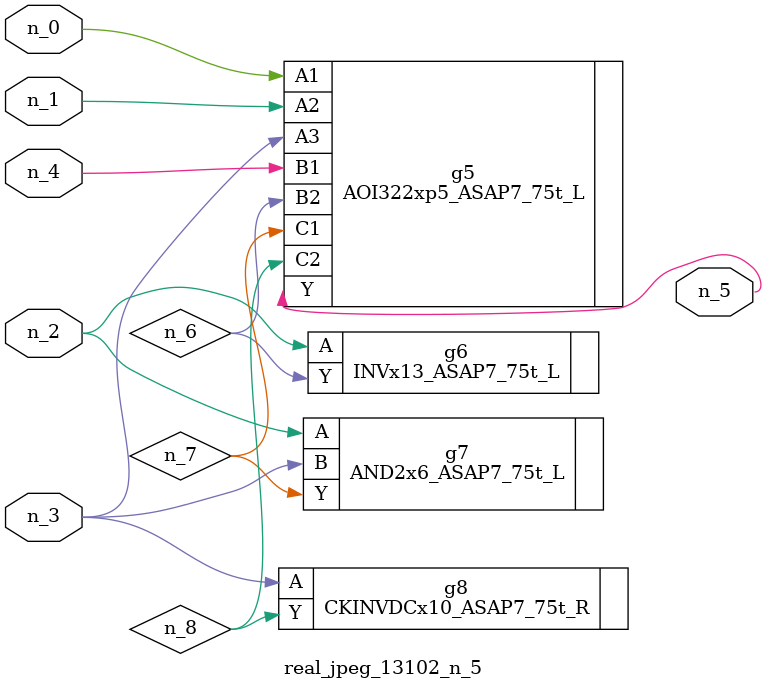
<source format=v>
module real_jpeg_13102_n_5 (n_4, n_0, n_1, n_2, n_3, n_5);

input n_4;
input n_0;
input n_1;
input n_2;
input n_3;

output n_5;

wire n_8;
wire n_6;
wire n_7;

AOI322xp5_ASAP7_75t_L g5 ( 
.A1(n_0),
.A2(n_1),
.A3(n_3),
.B1(n_4),
.B2(n_6),
.C1(n_7),
.C2(n_8),
.Y(n_5)
);

INVx13_ASAP7_75t_L g6 ( 
.A(n_2),
.Y(n_6)
);

AND2x6_ASAP7_75t_L g7 ( 
.A(n_2),
.B(n_3),
.Y(n_7)
);

CKINVDCx10_ASAP7_75t_R g8 ( 
.A(n_3),
.Y(n_8)
);


endmodule
</source>
